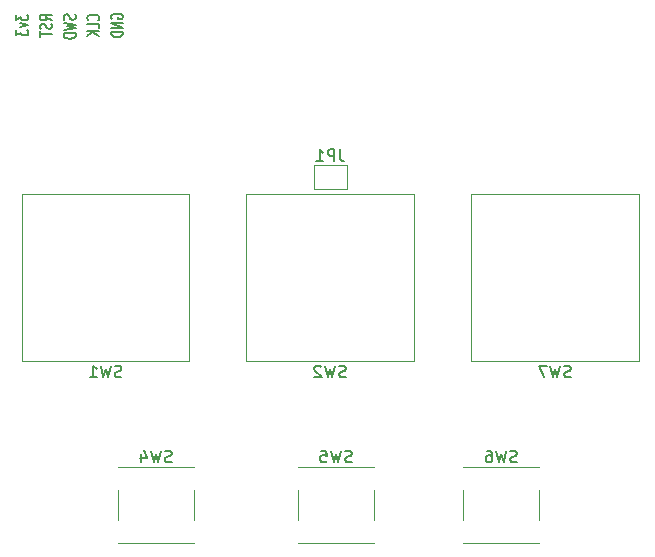
<source format=gbr>
%TF.GenerationSoftware,KiCad,Pcbnew,6.0.6+dfsg-1*%
%TF.CreationDate,2022-07-23T23:21:49-07:00*%
%TF.ProjectId,muon,6d756f6e-2e6b-4696-9361-645f70636258,rev?*%
%TF.SameCoordinates,Original*%
%TF.FileFunction,Legend,Bot*%
%TF.FilePolarity,Positive*%
%FSLAX45Y45*%
G04 Gerber Fmt 4.5, Leading zero omitted, Abs format (unit mm)*
G04 Created by KiCad (PCBNEW 6.0.6+dfsg-1) date 2022-07-23 23:21:49*
%MOMM*%
%LPD*%
G01*
G04 APERTURE LIST*
%ADD10C,0.150000*%
%ADD11C,0.120000*%
G04 APERTURE END LIST*
D10*
X13045238Y-5998928D02*
X12997619Y-5973928D01*
X13045238Y-5956071D02*
X12945238Y-5956071D01*
X12945238Y-5984643D01*
X12950000Y-5991786D01*
X12954762Y-5995357D01*
X12964286Y-5998928D01*
X12978571Y-5998928D01*
X12988095Y-5995357D01*
X12992857Y-5991786D01*
X12997619Y-5984643D01*
X12997619Y-5956071D01*
X13040476Y-6027500D02*
X13045238Y-6038214D01*
X13045238Y-6056071D01*
X13040476Y-6063214D01*
X13035714Y-6066786D01*
X13026190Y-6070357D01*
X13016667Y-6070357D01*
X13007143Y-6066786D01*
X13002381Y-6063214D01*
X12997619Y-6056071D01*
X12992857Y-6041786D01*
X12988095Y-6034643D01*
X12983333Y-6031071D01*
X12973809Y-6027500D01*
X12964286Y-6027500D01*
X12954762Y-6031071D01*
X12950000Y-6034643D01*
X12945238Y-6041786D01*
X12945238Y-6059643D01*
X12950000Y-6070357D01*
X12945238Y-6091786D02*
X12945238Y-6134643D01*
X13045238Y-6113214D02*
X12945238Y-6113214D01*
X13550000Y-5982857D02*
X13545238Y-5975714D01*
X13545238Y-5965000D01*
X13550000Y-5954286D01*
X13559524Y-5947143D01*
X13569048Y-5943571D01*
X13588095Y-5940000D01*
X13602381Y-5940000D01*
X13621428Y-5943571D01*
X13630952Y-5947143D01*
X13640476Y-5954286D01*
X13645238Y-5965000D01*
X13645238Y-5972143D01*
X13640476Y-5982857D01*
X13635714Y-5986428D01*
X13602381Y-5986428D01*
X13602381Y-5972143D01*
X13645238Y-6018571D02*
X13545238Y-6018571D01*
X13645238Y-6061428D01*
X13545238Y-6061428D01*
X13645238Y-6097143D02*
X13545238Y-6097143D01*
X13545238Y-6115000D01*
X13550000Y-6125714D01*
X13559524Y-6132857D01*
X13569048Y-6136428D01*
X13588095Y-6140000D01*
X13602381Y-6140000D01*
X13621428Y-6136428D01*
X13630952Y-6132857D01*
X13640476Y-6125714D01*
X13645238Y-6115000D01*
X13645238Y-6097143D01*
X13240476Y-5948214D02*
X13245238Y-5958928D01*
X13245238Y-5976786D01*
X13240476Y-5983928D01*
X13235714Y-5987500D01*
X13226190Y-5991071D01*
X13216667Y-5991071D01*
X13207143Y-5987500D01*
X13202381Y-5983928D01*
X13197619Y-5976786D01*
X13192857Y-5962500D01*
X13188095Y-5955357D01*
X13183333Y-5951786D01*
X13173809Y-5948214D01*
X13164286Y-5948214D01*
X13154762Y-5951786D01*
X13150000Y-5955357D01*
X13145238Y-5962500D01*
X13145238Y-5980357D01*
X13150000Y-5991071D01*
X13145238Y-6016071D02*
X13245238Y-6033928D01*
X13173809Y-6048214D01*
X13245238Y-6062500D01*
X13145238Y-6080357D01*
X13245238Y-6108928D02*
X13145238Y-6108928D01*
X13145238Y-6126786D01*
X13150000Y-6137500D01*
X13159524Y-6144643D01*
X13169048Y-6148214D01*
X13188095Y-6151786D01*
X13202381Y-6151786D01*
X13221428Y-6148214D01*
X13230952Y-6144643D01*
X13240476Y-6137500D01*
X13245238Y-6126786D01*
X13245238Y-6108928D01*
X13435714Y-5995357D02*
X13440476Y-5991786D01*
X13445238Y-5981071D01*
X13445238Y-5973928D01*
X13440476Y-5963214D01*
X13430952Y-5956071D01*
X13421428Y-5952500D01*
X13402381Y-5948928D01*
X13388095Y-5948928D01*
X13369048Y-5952500D01*
X13359524Y-5956071D01*
X13350000Y-5963214D01*
X13345238Y-5973928D01*
X13345238Y-5981071D01*
X13350000Y-5991786D01*
X13354762Y-5995357D01*
X13445238Y-6063214D02*
X13445238Y-6027500D01*
X13345238Y-6027500D01*
X13445238Y-6088214D02*
X13345238Y-6088214D01*
X13445238Y-6131071D02*
X13388095Y-6098928D01*
X13345238Y-6131071D02*
X13402381Y-6088214D01*
X12745238Y-5950714D02*
X12745238Y-5997143D01*
X12783333Y-5972143D01*
X12783333Y-5982857D01*
X12788095Y-5990000D01*
X12792857Y-5993571D01*
X12802381Y-5997143D01*
X12826190Y-5997143D01*
X12835714Y-5993571D01*
X12840476Y-5990000D01*
X12845238Y-5982857D01*
X12845238Y-5961428D01*
X12840476Y-5954286D01*
X12835714Y-5950714D01*
X12778571Y-6022143D02*
X12845238Y-6040000D01*
X12778571Y-6057857D01*
X12745238Y-6079286D02*
X12745238Y-6125714D01*
X12783333Y-6100714D01*
X12783333Y-6111428D01*
X12788095Y-6118571D01*
X12792857Y-6122143D01*
X12802381Y-6125714D01*
X12826190Y-6125714D01*
X12835714Y-6122143D01*
X12840476Y-6118571D01*
X12845238Y-6111428D01*
X12845238Y-6090000D01*
X12840476Y-6082857D01*
X12835714Y-6079286D01*
%TO.C,SW2*%
X15533333Y-9015476D02*
X15519048Y-9020238D01*
X15495238Y-9020238D01*
X15485714Y-9015476D01*
X15480952Y-9010714D01*
X15476190Y-9001190D01*
X15476190Y-8991667D01*
X15480952Y-8982143D01*
X15485714Y-8977381D01*
X15495238Y-8972619D01*
X15514286Y-8967857D01*
X15523809Y-8963095D01*
X15528571Y-8958333D01*
X15533333Y-8948810D01*
X15533333Y-8939286D01*
X15528571Y-8929762D01*
X15523809Y-8925000D01*
X15514286Y-8920238D01*
X15490476Y-8920238D01*
X15476190Y-8925000D01*
X15442857Y-8920238D02*
X15419048Y-9020238D01*
X15400000Y-8948810D01*
X15380952Y-9020238D01*
X15357143Y-8920238D01*
X15323809Y-8929762D02*
X15319048Y-8925000D01*
X15309524Y-8920238D01*
X15285714Y-8920238D01*
X15276190Y-8925000D01*
X15271428Y-8929762D01*
X15266667Y-8939286D01*
X15266667Y-8948810D01*
X15271428Y-8963095D01*
X15328571Y-9020238D01*
X15266667Y-9020238D01*
%TO.C,SW6*%
X16983333Y-9735476D02*
X16969048Y-9740238D01*
X16945238Y-9740238D01*
X16935714Y-9735476D01*
X16930952Y-9730714D01*
X16926190Y-9721190D01*
X16926190Y-9711667D01*
X16930952Y-9702143D01*
X16935714Y-9697381D01*
X16945238Y-9692619D01*
X16964286Y-9687857D01*
X16973810Y-9683095D01*
X16978571Y-9678333D01*
X16983333Y-9668810D01*
X16983333Y-9659286D01*
X16978571Y-9649762D01*
X16973810Y-9645000D01*
X16964286Y-9640238D01*
X16940476Y-9640238D01*
X16926190Y-9645000D01*
X16892857Y-9640238D02*
X16869048Y-9740238D01*
X16850000Y-9668810D01*
X16830952Y-9740238D01*
X16807143Y-9640238D01*
X16726190Y-9640238D02*
X16745238Y-9640238D01*
X16754762Y-9645000D01*
X16759524Y-9649762D01*
X16769048Y-9664048D01*
X16773809Y-9683095D01*
X16773809Y-9721190D01*
X16769048Y-9730714D01*
X16764286Y-9735476D01*
X16754762Y-9740238D01*
X16735714Y-9740238D01*
X16726190Y-9735476D01*
X16721428Y-9730714D01*
X16716667Y-9721190D01*
X16716667Y-9697381D01*
X16721428Y-9687857D01*
X16726190Y-9683095D01*
X16735714Y-9678333D01*
X16754762Y-9678333D01*
X16764286Y-9683095D01*
X16769048Y-9687857D01*
X16773809Y-9697381D01*
%TO.C,SW4*%
X14058333Y-9735476D02*
X14044048Y-9740238D01*
X14020238Y-9740238D01*
X14010714Y-9735476D01*
X14005952Y-9730714D01*
X14001190Y-9721190D01*
X14001190Y-9711667D01*
X14005952Y-9702143D01*
X14010714Y-9697381D01*
X14020238Y-9692619D01*
X14039286Y-9687857D01*
X14048809Y-9683095D01*
X14053571Y-9678333D01*
X14058333Y-9668810D01*
X14058333Y-9659286D01*
X14053571Y-9649762D01*
X14048809Y-9645000D01*
X14039286Y-9640238D01*
X14015476Y-9640238D01*
X14001190Y-9645000D01*
X13967857Y-9640238D02*
X13944048Y-9740238D01*
X13925000Y-9668810D01*
X13905952Y-9740238D01*
X13882143Y-9640238D01*
X13801190Y-9673571D02*
X13801190Y-9740238D01*
X13825000Y-9635476D02*
X13848809Y-9706905D01*
X13786905Y-9706905D01*
%TO.C,SW5*%
X15583333Y-9735476D02*
X15569048Y-9740238D01*
X15545238Y-9740238D01*
X15535714Y-9735476D01*
X15530952Y-9730714D01*
X15526190Y-9721190D01*
X15526190Y-9711667D01*
X15530952Y-9702143D01*
X15535714Y-9697381D01*
X15545238Y-9692619D01*
X15564286Y-9687857D01*
X15573809Y-9683095D01*
X15578571Y-9678333D01*
X15583333Y-9668810D01*
X15583333Y-9659286D01*
X15578571Y-9649762D01*
X15573809Y-9645000D01*
X15564286Y-9640238D01*
X15540476Y-9640238D01*
X15526190Y-9645000D01*
X15492857Y-9640238D02*
X15469048Y-9740238D01*
X15450000Y-9668810D01*
X15430952Y-9740238D01*
X15407143Y-9640238D01*
X15321428Y-9640238D02*
X15369048Y-9640238D01*
X15373809Y-9687857D01*
X15369048Y-9683095D01*
X15359524Y-9678333D01*
X15335714Y-9678333D01*
X15326190Y-9683095D01*
X15321428Y-9687857D01*
X15316667Y-9697381D01*
X15316667Y-9721190D01*
X15321428Y-9730714D01*
X15326190Y-9735476D01*
X15335714Y-9740238D01*
X15359524Y-9740238D01*
X15369048Y-9735476D01*
X15373809Y-9730714D01*
%TO.C,SW7*%
X17438333Y-9015476D02*
X17424048Y-9020238D01*
X17400238Y-9020238D01*
X17390714Y-9015476D01*
X17385952Y-9010714D01*
X17381190Y-9001190D01*
X17381190Y-8991667D01*
X17385952Y-8982143D01*
X17390714Y-8977381D01*
X17400238Y-8972619D01*
X17419286Y-8967857D01*
X17428810Y-8963095D01*
X17433571Y-8958333D01*
X17438333Y-8948810D01*
X17438333Y-8939286D01*
X17433571Y-8929762D01*
X17428810Y-8925000D01*
X17419286Y-8920238D01*
X17395476Y-8920238D01*
X17381190Y-8925000D01*
X17347857Y-8920238D02*
X17324048Y-9020238D01*
X17305000Y-8948810D01*
X17285952Y-9020238D01*
X17262143Y-8920238D01*
X17233571Y-8920238D02*
X17166905Y-8920238D01*
X17209762Y-9020238D01*
%TO.C,SW1*%
X13633333Y-9015476D02*
X13619048Y-9020238D01*
X13595238Y-9020238D01*
X13585714Y-9015476D01*
X13580952Y-9010714D01*
X13576190Y-9001190D01*
X13576190Y-8991667D01*
X13580952Y-8982143D01*
X13585714Y-8977381D01*
X13595238Y-8972619D01*
X13614286Y-8967857D01*
X13623809Y-8963095D01*
X13628571Y-8958333D01*
X13633333Y-8948810D01*
X13633333Y-8939286D01*
X13628571Y-8929762D01*
X13623809Y-8925000D01*
X13614286Y-8920238D01*
X13590476Y-8920238D01*
X13576190Y-8925000D01*
X13542857Y-8920238D02*
X13519048Y-9020238D01*
X13500000Y-8948810D01*
X13480952Y-9020238D01*
X13457143Y-8920238D01*
X13366667Y-9020238D02*
X13423809Y-9020238D01*
X13395238Y-9020238D02*
X13395238Y-8920238D01*
X13404762Y-8934524D01*
X13414286Y-8944048D01*
X13423809Y-8948810D01*
%TO.C,JP1*%
X15483333Y-7090238D02*
X15483333Y-7161667D01*
X15488095Y-7175952D01*
X15497619Y-7185476D01*
X15511905Y-7190238D01*
X15521428Y-7190238D01*
X15435714Y-7190238D02*
X15435714Y-7090238D01*
X15397619Y-7090238D01*
X15388095Y-7095000D01*
X15383333Y-7099762D01*
X15378571Y-7109286D01*
X15378571Y-7123571D01*
X15383333Y-7133095D01*
X15388095Y-7137857D01*
X15397619Y-7142619D01*
X15435714Y-7142619D01*
X15283333Y-7190238D02*
X15340476Y-7190238D01*
X15311905Y-7190238D02*
X15311905Y-7090238D01*
X15321428Y-7104524D01*
X15330952Y-7114048D01*
X15340476Y-7118809D01*
D11*
%TO.C,SW2*%
X14690000Y-7465000D02*
X16110000Y-7465000D01*
X14690000Y-8885000D02*
X14690000Y-7465000D01*
X16110000Y-8885000D02*
X14690000Y-8885000D01*
X16110000Y-7465000D02*
X16110000Y-8885000D01*
%TO.C,SW6*%
X17173000Y-10423000D02*
X17173000Y-10420000D01*
X16527000Y-9970000D02*
X16527000Y-10230000D01*
X17173000Y-9780000D02*
X17173000Y-9777000D01*
X16527000Y-10423000D02*
X16527000Y-10420000D01*
X17173000Y-9777000D02*
X16527000Y-9777000D01*
X17173000Y-9970000D02*
X17173000Y-10230000D01*
X16527000Y-9777000D02*
X16527000Y-9780000D01*
X17173000Y-10423000D02*
X16527000Y-10423000D01*
%TO.C,SW4*%
X14248000Y-9970000D02*
X14248000Y-10230000D01*
X14248000Y-9777000D02*
X13602000Y-9777000D01*
X13602000Y-9970000D02*
X13602000Y-10230000D01*
X13602000Y-10423000D02*
X13602000Y-10420000D01*
X13602000Y-9777000D02*
X13602000Y-9780000D01*
X14248000Y-10423000D02*
X13602000Y-10423000D01*
X14248000Y-9780000D02*
X14248000Y-9777000D01*
X14248000Y-10423000D02*
X14248000Y-10420000D01*
%TO.C,SW5*%
X15773000Y-9777000D02*
X15127000Y-9777000D01*
X15773000Y-10423000D02*
X15127000Y-10423000D01*
X15773000Y-10423000D02*
X15773000Y-10420000D01*
X15127000Y-10423000D02*
X15127000Y-10420000D01*
X15127000Y-9777000D02*
X15127000Y-9780000D01*
X15773000Y-9970000D02*
X15773000Y-10230000D01*
X15773000Y-9780000D02*
X15773000Y-9777000D01*
X15127000Y-9970000D02*
X15127000Y-10230000D01*
%TO.C,SW7*%
X18015000Y-8885000D02*
X16595000Y-8885000D01*
X18015000Y-7465000D02*
X18015000Y-8885000D01*
X16595000Y-7465000D02*
X18015000Y-7465000D01*
X16595000Y-8885000D02*
X16595000Y-7465000D01*
%TO.C,SW1*%
X14210000Y-7465000D02*
X14210000Y-8885000D01*
X14210000Y-8885000D02*
X12790000Y-8885000D01*
X12790000Y-7465000D02*
X14210000Y-7465000D01*
X12790000Y-8885000D02*
X12790000Y-7465000D01*
%TO.C,JP1*%
X15260000Y-7225000D02*
X15260000Y-7425000D01*
X15260000Y-7425000D02*
X15540000Y-7425000D01*
X15540000Y-7425000D02*
X15540000Y-7225000D01*
X15540000Y-7225000D02*
X15260000Y-7225000D01*
%TD*%
M02*

</source>
